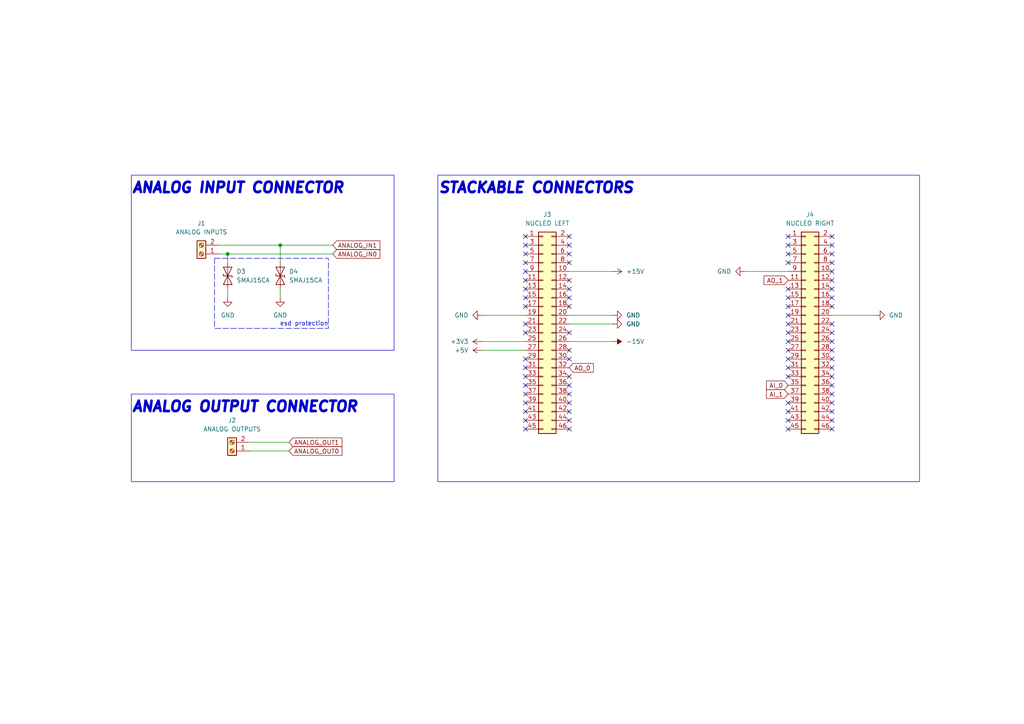
<source format=kicad_sch>
(kicad_sch (version 20250114) (generator "eeschema") (generator_version "9.0")
  (paper "A4")
  (title_block (title "PLC on STM - Analog IO Shield") (date "2025-12-27") (company "Author: Grzegorz Potocki"))
  (lib_symbols
    (symbol "Connector:Screw_Terminal_01x02" (pin_names (offset 1.016) (hide yes))
      (property "Reference" "J" (at 0 2.54 0))
      (property "Value" "Screw_Terminal_01x02" (at 0 -5.08 0))
      (symbol "Screw_Terminal_01x02_1_1"
        (rectangle (start -1.27 1.27) (end 1.27 -3.81) (stroke (width 0.254)) (fill (type background)))
        (polyline (pts (xy -0.5334 0.3302) (xy 0.3302 -0.508)) (stroke (width 0.1524)))
        (polyline (pts (xy -0.5334 -2.2098) (xy 0.3302 -3.048)) (stroke (width 0.1524)))
        (polyline (pts (xy -0.3556 0.508) (xy 0.508 -0.3302)) (stroke (width 0.1524)))
        (polyline (pts (xy -0.3556 -2.032) (xy 0.508 -2.8702)) (stroke (width 0.1524)))
        (circle (center 0 0) (radius 0.635) (stroke (width 0.1524)))
        (circle (center 0 -2.54) (radius 0.635) (stroke (width 0.1524)))
        (pin passive line (at -5.08 0 0) (length 3.81) (name "Pin_1") (number "1"))
        (pin passive line (at -5.08 -2.54 0) (length 3.81) (name "Pin_2") (number "2"))
      )
    )
    (symbol "Connector_Generic:Conn_02x23_Odd_Even" (pin_names (offset 1.016) (hide yes))
      (property "Reference" "J" (at 1.27 30.48 0))
      (property "Value" "Conn_02x23_Odd_Even" (at 1.27 -30.48 0))
      (symbol "Conn_02x23_Odd_Even_1_1"
        (rectangle (start -1.27 29.21) (end 3.81 -29.21) (stroke (width 0.254)) (fill (type background)))
        (rectangle (start -1.27 28.067) (end 0 27.813) (stroke (width 0.1524)))
        (rectangle (start -1.27 25.527) (end 0 25.273) (stroke (width 0.1524)))
        (rectangle (start -1.27 22.987) (end 0 22.733) (stroke (width 0.1524)))
        (rectangle (start -1.27 20.447) (end 0 20.193) (stroke (width 0.1524)))
        (rectangle (start -1.27 17.907) (end 0 17.653) (stroke (width 0.1524)))
        (rectangle (start -1.27 15.367) (end 0 15.113) (stroke (width 0.1524)))
        (rectangle (start -1.27 12.827) (end 0 12.573) (stroke (width 0.1524)))
        (rectangle (start -1.27 10.287) (end 0 10.033) (stroke (width 0.1524)))
        (rectangle (start -1.27 7.747) (end 0 7.493) (stroke (width 0.1524)))
        (rectangle (start -1.27 5.207) (end 0 4.953) (stroke (width 0.1524)))
        (rectangle (start -1.27 2.667) (end 0 2.413) (stroke (width 0.1524)))
        (rectangle (start -1.27 0.127) (end 0 -0.127) (stroke (width 0.1524)))
        (rectangle (start -1.27 -2.413) (end 0 -2.667) (stroke (width 0.1524)))
        (rectangle (start -1.27 -4.953) (end 0 -5.207) (stroke (width 0.1524)))
        (rectangle (start -1.27 -7.493) (end 0 -7.747) (stroke (width 0.1524)))
        (rectangle (start -1.27 -10.033) (end 0 -10.287) (stroke (width 0.1524)))
        (rectangle (start -1.27 -12.573) (end 0 -12.827) (stroke (width 0.1524)))
        (rectangle (start -1.27 -15.113) (end 0 -15.367) (stroke (width 0.1524)))
        (rectangle (start -1.27 -17.653) (end 0 -17.907) (stroke (width 0.1524)))
        (rectangle (start -1.27 -20.193) (end 0 -20.447) (stroke (width 0.1524)))
        (rectangle (start -1.27 -22.733) (end 0 -22.987) (stroke (width 0.1524)))
        (rectangle (start -1.27 -25.273) (end 0 -25.527) (stroke (width 0.1524)))
        (rectangle (start -1.27 -27.813) (end 0 -28.067) (stroke (width 0.1524)))
        (rectangle (start 3.81 28.067) (end 2.54 27.813) (stroke (width 0.1524)))
        (rectangle (start 3.81 25.527) (end 2.54 25.273) (stroke (width 0.1524)))
        (rectangle (start 3.81 22.987) (end 2.54 22.733) (stroke (width 0.1524)))
        (rectangle (start 3.81 20.447) (end 2.54 20.193) (stroke (width 0.1524)))
        (rectangle (start 3.81 17.907) (end 2.54 17.653) (stroke (width 0.1524)))
        (rectangle (start 3.81 15.367) (end 2.54 15.113) (stroke (width 0.1524)))
        (rectangle (start 3.81 12.827) (end 2.54 12.573) (stroke (width 0.1524)))
        (rectangle (start 3.81 10.287) (end 2.54 10.033) (stroke (width 0.1524)))
        (rectangle (start 3.81 7.747) (end 2.54 7.493) (stroke (width 0.1524)))
        (rectangle (start 3.81 5.207) (end 2.54 4.953) (stroke (width 0.1524)))
        (rectangle (start 3.81 2.667) (end 2.54 2.413) (stroke (width 0.1524)))
        (rectangle (start 3.81 0.127) (end 2.54 -0.127) (stroke (width 0.1524)))
        (rectangle (start 3.81 -2.413) (end 2.54 -2.667) (stroke (width 0.1524)))
        (rectangle (start 3.81 -4.953) (end 2.54 -5.207) (stroke (width 0.1524)))
        (rectangle (start 3.81 -7.493) (end 2.54 -7.747) (stroke (width 0.1524)))
        (rectangle (start 3.81 -10.033) (end 2.54 -10.287) (stroke (width 0.1524)))
        (rectangle (start 3.81 -12.573) (end 2.54 -12.827) (stroke (width 0.1524)))
        (rectangle (start 3.81 -15.113) (end 2.54 -15.367) (stroke (width 0.1524)))
        (rectangle (start 3.81 -17.653) (end 2.54 -17.907) (stroke (width 0.1524)))
        (rectangle (start 3.81 -20.193) (end 2.54 -20.447) (stroke (width 0.1524)))
        (rectangle (start 3.81 -22.733) (end 2.54 -22.987) (stroke (width 0.1524)))
        (rectangle (start 3.81 -25.273) (end 2.54 -25.527) (stroke (width 0.1524)))
        (rectangle (start 3.81 -27.813) (end 2.54 -28.067) (stroke (width 0.1524)))
        (pin passive line (at -5.08 27.94 0) (length 3.81) (name "Pin_1") (number "1"))
        (pin passive line (at -5.08 25.4 0) (length 3.81) (name "Pin_3") (number "3"))
        (pin passive line (at -5.08 22.86 0) (length 3.81) (name "Pin_5") (number "5"))
        (pin passive line (at -5.08 20.32 0) (length 3.81) (name "Pin_7") (number "7"))
        (pin passive line (at -5.08 17.78 0) (length 3.81) (name "Pin_9") (number "9"))
        (pin passive line (at -5.08 15.24 0) (length 3.81) (name "Pin_11") (number "11"))
        (pin passive line (at -5.08 12.7 0) (length 3.81) (name "Pin_13") (number "13"))
        (pin passive line (at -5.08 10.16 0) (length 3.81) (name "Pin_15") (number "15"))
        (pin passive line (at -5.08 7.62 0) (length 3.81) (name "Pin_17") (number "17"))
        (pin passive line (at -5.08 5.08 0) (length 3.81) (name "Pin_19") (number "19"))
        (pin passive line (at -5.08 2.54 0) (length 3.81) (name "Pin_21") (number "21"))
        (pin passive line (at -5.08 0 0) (length 3.81) (name "Pin_23") (number "23"))
        (pin passive line (at -5.08 -2.54 0) (length 3.81) (name "Pin_25") (number "25"))
        (pin passive line (at -5.08 -5.08 0) (length 3.81) (name "Pin_27") (number "27"))
        (pin passive line (at -5.08 -7.62 0) (length 3.81) (name "Pin_29") (number "29"))
        (pin passive line (at -5.08 -10.16 0) (length 3.81) (name "Pin_31") (number "31"))
        (pin passive line (at -5.08 -12.7 0) (length 3.81) (name "Pin_33") (number "33"))
        (pin passive line (at -5.08 -15.24 0) (length 3.81) (name "Pin_35") (number "35"))
        (pin passive line (at -5.08 -17.78 0) (length 3.81) (name "Pin_37") (number "37"))
        (pin passive line (at -5.08 -20.32 0) (length 3.81) (name "Pin_39") (number "39"))
        (pin passive line (at -5.08 -22.86 0) (length 3.81) (name "Pin_41") (number "41"))
        (pin passive line (at -5.08 -25.4 0) (length 3.81) (name "Pin_43") (number "43"))
        (pin passive line (at -5.08 -27.94 0) (length 3.81) (name "Pin_45") (number "45"))
        (pin passive line (at 7.62 27.94 180) (length 3.81) (name "Pin_2") (number "2"))
        (pin passive line (at 7.62 25.4 180) (length 3.81) (name "Pin_4") (number "4"))
        (pin passive line (at 7.62 22.86 180) (length 3.81) (name "Pin_6") (number "6"))
        (pin passive line (at 7.62 20.32 180) (length 3.81) (name "Pin_8") (number "8"))
        (pin passive line (at 7.62 17.78 180) (length 3.81) (name "Pin_10") (number "10"))
        (pin passive line (at 7.62 15.24 180) (length 3.81) (name "Pin_12") (number "12"))
        (pin passive line (at 7.62 12.7 180) (length 3.81) (name "Pin_14") (number "14"))
        (pin passive line (at 7.62 10.16 180) (length 3.81) (name "Pin_16") (number "16"))
        (pin passive line (at 7.62 7.62 180) (length 3.81) (name "Pin_18") (number "18"))
        (pin passive line (at 7.62 5.08 180) (length 3.81) (name "Pin_20") (number "20"))
        (pin passive line (at 7.62 2.54 180) (length 3.81) (name "Pin_22") (number "22"))
        (pin passive line (at 7.62 0 180) (length 3.81) (name "Pin_24") (number "24"))
        (pin passive line (at 7.62 -2.54 180) (length 3.81) (name "Pin_26") (number "26"))
        (pin passive line (at 7.62 -5.08 180) (length 3.81) (name "Pin_28") (number "28"))
        (pin passive line (at 7.62 -7.62 180) (length 3.81) (name "Pin_30") (number "30"))
        (pin passive line (at 7.62 -10.16 180) (length 3.81) (name "Pin_32") (number "32"))
        (pin passive line (at 7.62 -12.7 180) (length 3.81) (name "Pin_34") (number "34"))
        (pin passive line (at 7.62 -15.24 180) (length 3.81) (name "Pin_36") (number "36"))
        (pin passive line (at 7.62 -17.78 180) (length 3.81) (name "Pin_38") (number "38"))
        (pin passive line (at 7.62 -20.32 180) (length 3.81) (name "Pin_40") (number "40"))
        (pin passive line (at 7.62 -22.86 180) (length 3.81) (name "Pin_42") (number "42"))
        (pin passive line (at 7.62 -25.4 180) (length 3.81) (name "Pin_44") (number "44"))
        (pin passive line (at 7.62 -27.94 180) (length 3.81) (name "Pin_46") (number "46"))
      )
    )
    (symbol "Diode:SMAJ15CA" (pin_numbers (hide yes)) (pin_names (offset 1.016) (hide yes))
      (property "Reference" "D" (at 0 2.54 0))
      (property "Value" "SMAJ15CA" (at 0 -2.54 0))
      (symbol "SMAJ15CA_0_1"
        (polyline (pts (xy -2.54 -1.27) (xy 0 0) (xy -2.54 1.27) (xy -2.54 -1.27)) (stroke (width 0.2032)))
        (polyline (pts (xy 0.508 1.27) (xy 0 1.27) (xy 0 -1.27) (xy -0.508 -1.27)) (stroke (width 0.2032)))
        (polyline (pts (xy 1.27 0) (xy -1.27 0)))
        (polyline (pts (xy 2.54 1.27) (xy 2.54 -1.27) (xy 0 0) (xy 2.54 1.27)) (stroke (width 0.2032)))
      )
      (symbol "SMAJ15CA_1_1"
        (pin passive line (at -3.81 0 0) (length 2.54) (name "A1") (number "1"))
        (pin passive line (at 3.81 0 180) (length 2.54) (name "A2") (number "2"))
      )
    )
    (symbol "power:+15V" (power) (pin_numbers (hide yes)) (pin_names (offset 0) (hide yes))
      (property "Value" "+15V" (at 0 3.556 0))
      (symbol "+15V_0_1"
        (polyline (pts (xy -0.762 1.27) (xy 0 2.54)))
        (polyline (pts (xy 0 2.54) (xy 0.762 1.27)))
        (polyline (pts (xy 0 0) (xy 0 2.54)))
      )
      (symbol "+15V_1_1"
        (pin power_in line (at 0 0 90) (length 0) (name "~") (number "1"))
      )
    )
    (symbol "power:+3V3" (power) (pin_numbers (hide yes)) (pin_names (offset 0) (hide yes))
      (property "Value" "+3V3" (at 0 3.556 0))
      (symbol "+3V3_0_1"
        (polyline (pts (xy -0.762 1.27) (xy 0 2.54)))
        (polyline (pts (xy 0 2.54) (xy 0.762 1.27)))
        (polyline (pts (xy 0 0) (xy 0 2.54)))
      )
      (symbol "+3V3_1_1"
        (pin power_in line (at 0 0 90) (length 0) (name "~") (number "1"))
      )
    )
    (symbol "power:+5V" (power) (pin_numbers (hide yes)) (pin_names (offset 0) (hide yes))
      (property "Value" "+5V" (at 0 3.556 0))
      (symbol "+5V_0_1"
        (polyline (pts (xy -0.762 1.27) (xy 0 2.54)))
        (polyline (pts (xy 0 2.54) (xy 0.762 1.27)))
        (polyline (pts (xy 0 0) (xy 0 2.54)))
      )
      (symbol "+5V_1_1"
        (pin power_in line (at 0 0 90) (length 0) (name "~") (number "1"))
      )
    )
    (symbol "power:-15V" (power) (pin_numbers (hide yes)) (pin_names (offset 0) (hide yes))
      (property "Value" "-15V" (at 0 3.556 0))
      (symbol "-15V_0_0"
        (pin power_in line (at 0 0 90) (length 0) (name "~") (number "1"))
      )
      (symbol "-15V_0_1"
        (polyline (pts (xy 0 0) (xy 0 1.27) (xy 0.762 1.27) (xy 0 2.54) (xy -0.762 1.27) (xy 0 1.27)) (fill (type outline)))
      )
    )
    (symbol "power:GND" (power) (pin_numbers (hide yes)) (pin_names (offset 0) (hide yes))
      (property "Value" "GND" (at 0 -3.81 0))
      (symbol "GND_0_1"
        (polyline (pts (xy 0 0) (xy 0 -1.27) (xy 1.27 -1.27) (xy 0 -2.54) (xy -1.27 -1.27) (xy 0 -1.27)))
      )
      (symbol "GND_1_1"
        (pin power_in line (at 0 0 270) (length 0) (name "~") (number "1"))
      )
    )
  )
  (rectangle (start 127 50.8) (end 266.7 139.7))
  (rectangle (start 38.1 50.8) (end 114.3 101.6))
  (rectangle (start 38.1 114.3) (end 114.3 139.7))
  (rectangle (start 62.23 74.93) (end 95.25 95.25) (stroke (width 0) (type dash)))
  (text "ANALOG INPUT CONNECTOR" (at 38.1 54.61 0) (effects (font (size 3 3) (thickness 2) (bold yes) (italic yes)) (justify left)))
  (text "STACKABLE CONNECTORS" (at 127 54.61 0) (effects (font (size 3 3) (thickness 2) (bold yes) (italic yes)) (justify left)))
  (text "esd protection" (at 95.25 93.98 0) (effects (font (size 1.27 1.27)) (justify right)))
  (text "ANALOG OUTPUT CONNECTOR" (at 38.1 118.11 0) (effects (font (size 3 3) (thickness 2) (bold yes) (italic yes)) (justify left)))
  (junction (at 66.04 73.66))
  (junction (at 81.28 71.12))
  (no_connect (at 228.6 101.6))
  (no_connect (at 241.3 71.12))
  (no_connect (at 152.4 124.46))
  (no_connect (at 165.1 111.76))
  (no_connect (at 228.6 96.52))
  (no_connect (at 228.6 73.66))
  (no_connect (at 152.4 96.52))
  (no_connect (at 165.1 88.9))
  (no_connect (at 228.6 83.82))
  (no_connect (at 228.6 124.46))
  (no_connect (at 165.1 96.52))
  (no_connect (at 241.3 116.84))
  (no_connect (at 165.1 76.2))
  (no_connect (at 241.3 101.6))
  (no_connect (at 228.6 104.14))
  (no_connect (at 152.4 78.74))
  (no_connect (at 228.6 119.38))
  (no_connect (at 241.3 88.9))
  (no_connect (at 228.6 88.9))
  (no_connect (at 152.4 111.76))
  (no_connect (at 165.1 71.12))
  (no_connect (at 152.4 104.14))
  (no_connect (at 228.6 116.84))
  (no_connect (at 241.3 111.76))
  (no_connect (at 241.3 124.46))
  (no_connect (at 152.4 68.58))
  (no_connect (at 165.1 86.36))
  (no_connect (at 241.3 78.74))
  (no_connect (at 152.4 109.22))
  (no_connect (at 152.4 93.98))
  (no_connect (at 241.3 109.22))
  (no_connect (at 165.1 119.38))
  (no_connect (at 241.3 73.66))
  (no_connect (at 241.3 99.06))
  (no_connect (at 241.3 96.52))
  (no_connect (at 241.3 104.14))
  (no_connect (at 165.1 81.28))
  (no_connect (at 152.4 116.84))
  (no_connect (at 152.4 88.9))
  (no_connect (at 165.1 114.3))
  (no_connect (at 165.1 124.46))
  (no_connect (at 152.4 119.38))
  (no_connect (at 165.1 73.66))
  (no_connect (at 152.4 73.66))
  (no_connect (at 228.6 99.06))
  (no_connect (at 241.3 119.38))
  (no_connect (at 228.6 91.44))
  (no_connect (at 152.4 76.2))
  (no_connect (at 241.3 86.36))
  (no_connect (at 165.1 68.58))
  (no_connect (at 165.1 83.82))
  (no_connect (at 152.4 106.68))
  (no_connect (at 228.6 71.12))
  (no_connect (at 228.6 76.2))
  (no_connect (at 241.3 68.58))
  (no_connect (at 152.4 114.3))
  (no_connect (at 152.4 71.12))
  (no_connect (at 165.1 109.22))
  (no_connect (at 228.6 109.22))
  (no_connect (at 165.1 121.92))
  (no_connect (at 228.6 121.92))
  (no_connect (at 152.4 83.82))
  (no_connect (at 241.3 76.2))
  (no_connect (at 241.3 81.28))
  (no_connect (at 228.6 106.68))
  (no_connect (at 241.3 93.98))
  (no_connect (at 228.6 93.98))
  (no_connect (at 228.6 86.36))
  (no_connect (at 152.4 86.36))
  (no_connect (at 165.1 101.6))
  (no_connect (at 152.4 81.28))
  (no_connect (at 241.3 114.3))
  (no_connect (at 152.4 121.92))
  (no_connect (at 165.1 104.14))
  (no_connect (at 165.1 116.84))
  (no_connect (at 241.3 83.82))
  (no_connect (at 241.3 121.92))
  (no_connect (at 228.6 68.58))
  (no_connect (at 241.3 106.68))
  (wire (pts (xy 63.5 73.66) (xy 66.04 73.66)))
  (wire (pts (xy 81.28 71.12) (xy 81.28 76.2)))
  (wire (pts (xy 165.1 93.98) (xy 177.8 93.98)))
  (wire (pts (xy 72.39 130.81) (xy 83.82 130.81)))
  (wire (pts (xy 81.28 83.82) (xy 81.28 86.36)))
  (wire (pts (xy 241.3 91.44) (xy 254 91.44)))
  (wire (pts (xy 139.7 99.06) (xy 152.4 99.06)))
  (wire (pts (xy 66.04 73.66) (xy 96.52 73.66)))
  (wire (pts (xy 165.1 91.44) (xy 177.8 91.44)))
  (wire (pts (xy 152.4 91.44) (xy 139.7 91.44)))
  (wire (pts (xy 177.8 78.74) (xy 165.1 78.74)))
  (wire (pts (xy 228.6 78.74) (xy 215.9 78.74)))
  (wire (pts (xy 152.4 101.6) (xy 139.7 101.6)))
  (wire (pts (xy 66.04 83.82) (xy 66.04 86.36)))
  (wire (pts (xy 72.39 128.27) (xy 83.82 128.27)))
  (wire (pts (xy 66.04 73.66) (xy 66.04 76.2)))
  (wire (pts (xy 165.1 99.06) (xy 177.8 99.06)))
  (wire (pts (xy 63.5 71.12) (xy 81.28 71.12)))
  (wire (pts (xy 81.28 71.12) (xy 96.52 71.12)))
  (global_label "ANALOG_OUT0" (shape input) (at 83.82 130.81 0) (property "Intersheetrefs" "${INTERSHEET_REFS}" (effects (hide yes))))
  (global_label "AI_1" (shape input) (at 228.6 114.3 180) (property "Intersheetrefs" "${INTERSHEET_REFS}" (effects (hide yes))))
  (global_label "AO_0" (shape input) (at 165.1 106.68 0) (property "Intersheetrefs" "${INTERSHEET_REFS}" (effects (hide yes))))
  (global_label "AI_0" (shape input) (at 228.6 111.76 180) (property "Intersheetrefs" "${INTERSHEET_REFS}" (effects (hide yes))))
  (global_label "ANALOG_OUT1" (shape input) (at 83.82 128.27 0) (property "Intersheetrefs" "${INTERSHEET_REFS}" (effects (hide yes))))
  (global_label "ANALOG_IN1" (shape input) (at 96.52 71.12 0) (property "Intersheetrefs" "${INTERSHEET_REFS}" (effects (hide yes))))
  (global_label "ANALOG_IN0" (shape input) (at 96.52 73.66 0) (property "Intersheetrefs" "${INTERSHEET_REFS}" (effects (hide yes))))
  (global_label "AO_1" (shape input) (at 228.6 81.28 180) (property "Intersheetrefs" "${INTERSHEET_REFS}" (effects (hide yes))))
  (symbol (lib_id "power:GND") (at 215.9 78.74 270) (unit 1)
    (property "Reference" "#PWR044" (effects (hide yes)))
    (property "Value" "GND" (at 212.09 78.7401 90) (effects (justify right)))
    (property "Description" "Power symbol creates a global label with name \"GND\" , ground" (effects (hide yes)))
  )
  (symbol (lib_id "Connector_Generic:Conn_02x23_Odd_Even") (at 233.68 96.52 0) (unit 1)
    (property "Reference" "J4" (at 234.95 62.23 0))
    (property "Value" "NUCLEO RIGHT" (at 234.95 64.77 0))
    (property "Footprint" "PLC_STM:PRT12790" (effects (hide yes)))
    (property "Description" "Generic connector, double row, 02x23, odd/even pin numbering scheme (row 1 odd numbers, row 2 even numbers), script generated (kicad-library-utils/schlib/autogen/connector/)" (effects (hide yes)))
    (property "Mouser Part Number" "474-PRT-12790" (effects (hide yes)))
    (property "Mouser Price/Stock" "https://www.mouser.pl/ProductDetail/SparkFun/PRT-12790?qs=WyAARYrbSnZh0%252BVGZi59Ng%3D%3D" (effects (hide yes)))
    (property "Alternative" "https://www.mouser.pl/ProductDetail/SchmartBoard/920-0135-01?qs=WBUF01kN13lvFiBwxduHPw%3D%3D" (effects (hide yes)))
    (property "Alternative2" "https://www.mouser.pl/ProductDetail/SchmartBoard/920-0103-01?qs=Jl8P5Tpu6m3biqphpyO5mQ%3D%3D" (effects (hide yes)))
  )
  (symbol (lib_id "power:GND") (at 139.7 91.44 270) (mirror x) (unit 1)
    (property "Reference" "#PWR040" (effects (hide yes)))
    (property "Value" "GND" (at 135.89 91.4399 90) (effects (justify right)))
    (property "Description" "Power symbol creates a global label with name \"GND\" , ground" (effects (hide yes)))
  )
  (symbol (lib_id "power:+3V3") (at 139.7 99.06 90) (unit 1)
    (property "Reference" "#PWR033" (effects (hide yes)))
    (property "Value" "+3V3" (at 135.89 99.0599 90) (effects (justify left)))
    (property "Description" "Power symbol creates a global label with name \"+3V3\"" (effects (hide yes)))
  )
  (symbol (lib_id "Connector:Screw_Terminal_01x02") (at 67.31 130.81 180) (unit 1)
    (property "Reference" "J2" (at 67.31 121.92 0))
    (property "Value" "ANALOG OUTPUTS" (at 67.31 124.46 0))
    (property "Footprint" "PLC_STM:1725656" (effects (hide yes)))
    (property "Datasheet" "https://www.mouser.pl/datasheet/3/507/9/phoenix_contact_1725656_en.pdf" (effects (hide yes)))
    (property "Description" "Generic screw terminal, single row, 01x02, script generated (kicad-library-utils/schlib/autogen/connector/)" (effects (hide yes)))
    (property "Mouser Part Number" "651-1725656" (effects (hide yes)))
    (property "Mouser Price/Stock" "https://www.mouser.pl/ProductDetail/Phoenix-Contact/1725656?qs=Ul7CXFMnlWWQeccayYbRmw%3D%3D" (effects (hide yes)))
  )
  (symbol (lib_id "power:+15V") (at 177.8 78.74 270) (unit 1)
    (property "Reference" "#PWR041" (effects (hide yes)))
    (property "Value" "+15V" (at 181.61 78.7401 90) (effects (justify left)))
    (property "Description" "Power symbol creates a global label with name \"+15V\"" (effects (hide yes)))
  )
  (symbol (lib_id "power:GND") (at 177.8 93.98 90) (mirror x) (unit 1)
    (property "Reference" "#PWR046" (effects (hide yes)))
    (property "Value" "GND" (at 181.61 93.9801 90) (effects (justify right)))
    (property "Description" "Power symbol creates a global label with name \"GND\" , ground" (effects (hide yes)))
  )
  (symbol (lib_id "power:-15V") (at 177.8 99.06 270) (unit 1)
    (property "Reference" "#PWR039" (effects (hide yes)))
    (property "Value" "-15V" (at 181.61 99.0599 90) (effects (justify left)))
    (property "Description" "Power symbol creates a global label with name \"-15V\"" (effects (hide yes)))
  )
  (symbol (lib_id "power:GND") (at 66.04 86.36 0) (unit 1)
    (property "Reference" "#PWR031" (effects (hide yes)))
    (property "Value" "GND" (at 66.04 91.44 0))
    (property "Description" "Power symbol creates a global label with name \"GND\" , ground" (effects (hide yes)))
  )
  (symbol (lib_id "Connector_Generic:Conn_02x23_Odd_Even") (at 157.48 96.52 0) (unit 1)
    (property "Reference" "J3" (at 158.75 62.23 0))
    (property "Value" "NUCLEO LEFT" (at 158.75 64.77 0))
    (property "Footprint" "PLC_STM:PRT12790" (effects (hide yes)))
    (property "Description" "Generic connector, double row, 02x23, odd/even pin numbering scheme (row 1 odd numbers, row 2 even numbers), script generated (kicad-library-utils/schlib/autogen/connector/)" (effects (hide yes)))
    (property "Mouser Part Number" "474-PRT-12790" (effects (hide yes)))
    (property "Mouser Price/Stock" "https://www.mouser.pl/ProductDetail/SparkFun/PRT-12790?qs=WyAARYrbSnZh0%252BVGZi59Ng%3D%3D" (effects (hide yes)))
    (property "Alternative" "https://www.mouser.pl/ProductDetail/SchmartBoard/920-0135-01?qs=WBUF01kN13lvFiBwxduHPw%3D%3D" (effects (hide yes)))
    (property "Alternative2" "https://www.mouser.pl/ProductDetail/SchmartBoard/920-0103-01?qs=Jl8P5Tpu6m3biqphpyO5mQ%3D%3D" (effects (hide yes)))
  )
  (symbol (lib_id "power:GND") (at 81.28 86.36 0) (unit 1)
    (property "Reference" "#PWR032" (effects (hide yes)))
    (property "Value" "GND" (at 81.28 91.44 0))
    (property "Description" "Power symbol creates a global label with name \"GND\" , ground" (effects (hide yes)))
  )
  (symbol (lib_id "Diode:SMAJ15CA") (at 66.04 80.01 90) (unit 1)
    (property "Reference" "D3" (at 68.58 78.7399 90) (effects (justify right)))
    (property "Value" "SMAJ15CA" (at 68.58 81.2799 90) (effects (justify right)))
    (property "Footprint" "Diode_SMD:D_SMA" (effects (hide yes)))
    (property "Datasheet" "https://www.littelfuse.com/assetdocs/tvs-diodes-smaj-datasheet?assetguid=13c2a823-03b8-4d1f-9ddc-9b44670aed9d" (effects (hide yes)))
    (property "Description" "400W bidirectional Transient Voltage Suppressor, 15.0Vr, SMA(DO-214AC)" (effects (hide yes)))
    (property "Mouser Part Number" "576-SMBJ15CA" (effects (hide yes)))
    (property "Mouser Price/Stock" "https://www.mouser.pl/ProductDetail/Littelfuse/SMBJ15CA?qs=HR2RnyOI4E54oOMdoTkj3Q%3D%3D" (effects (hide yes)))
  )
  (symbol (lib_id "Diode:SMAJ15CA") (at 81.28 80.01 90) (unit 1)
    (property "Reference" "D4" (at 83.82 78.7399 90) (effects (justify right)))
    (property "Value" "SMAJ15CA" (at 83.82 81.2799 90) (effects (justify right)))
    (property "Footprint" "Diode_SMD:D_SMA" (effects (hide yes)))
    (property "Datasheet" "https://www.littelfuse.com/assetdocs/tvs-diodes-smaj-datasheet?assetguid=13c2a823-03b8-4d1f-9ddc-9b44670aed9d" (effects (hide yes)))
    (property "Description" "400W bidirectional Transient Voltage Suppressor, 15.0Vr, SMA(DO-214AC)" (effects (hide yes)))
    (property "Mouser Part Number" "576-SMBJ15CA" (effects (hide yes)))
    (property "Mouser Price/Stock" "https://www.mouser.pl/ProductDetail/Littelfuse/SMBJ15CA?qs=HR2RnyOI4E54oOMdoTkj3Q%3D%3D" (effects (hide yes)))
  )
  (symbol (lib_id "power:GND") (at 177.8 91.44 90) (mirror x) (unit 1)
    (property "Reference" "#PWR045" (effects (hide yes)))
    (property "Value" "GND" (at 181.61 91.4401 90) (effects (justify right)))
    (property "Description" "Power symbol creates a global label with name \"GND\" , ground" (effects (hide yes)))
  )
  (symbol (lib_id "power:GND") (at 254 91.44 90) (mirror x) (unit 1)
    (property "Reference" "#PWR042" (effects (hide yes)))
    (property "Value" "GND" (at 257.81 91.4401 90) (effects (justify right)))
    (property "Description" "Power symbol creates a global label with name \"GND\" , ground" (effects (hide yes)))
  )
  (symbol (lib_id "Connector:Screw_Terminal_01x02") (at 58.42 73.66 180) (unit 1)
    (property "Reference" "J1" (at 58.42 64.77 0))
    (property "Value" "ANALOG INPUTS" (at 58.42 67.31 0))
    (property "Footprint" "PLC_STM:1725656" (effects (hide yes)))
    (property "Datasheet" "https://www.mouser.pl/datasheet/3/507/9/phoenix_contact_1725656_en.pdf" (effects (hide yes)))
    (property "Description" "Generic screw terminal, single row, 01x02, script generated (kicad-library-utils/schlib/autogen/connector/)" (effects (hide yes)))
    (property "Mouser Part Number" "651-1725656" (effects (hide yes)))
    (property "Mouser Price/Stock" "https://www.mouser.pl/ProductDetail/Phoenix-Contact/1725656?qs=Ul7CXFMnlWWQeccayYbRmw%3D%3D" (effects (hide yes)))
  )
  (symbol (lib_id "power:+5V") (at 139.7 101.6 90) (unit 1)
    (property "Reference" "#PWR034" (effects (hide yes)))
    (property "Value" "+5V" (at 135.89 101.5999 90) (effects (justify left)))
    (property "Description" "Power symbol creates a global label with name \"+5V\"" (effects (hide yes)))
  )
)
</source>
